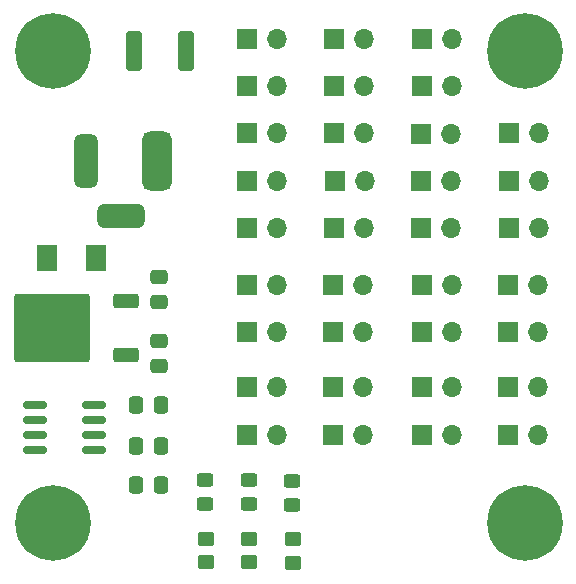
<source format=gts>
%TF.GenerationSoftware,KiCad,Pcbnew,7.0.10-7.0.10~ubuntu22.04.1*%
%TF.CreationDate,2024-01-03T18:05:14-08:00*%
%TF.ProjectId,YamhillPowerDistribution,59616d68-696c-46c5-906f-776572446973,A*%
%TF.SameCoordinates,Original*%
%TF.FileFunction,Soldermask,Top*%
%TF.FilePolarity,Negative*%
%FSLAX46Y46*%
G04 Gerber Fmt 4.6, Leading zero omitted, Abs format (unit mm)*
G04 Created by KiCad (PCBNEW 7.0.10-7.0.10~ubuntu22.04.1) date 2024-01-03 18:05:14*
%MOMM*%
%LPD*%
G01*
G04 APERTURE LIST*
G04 Aperture macros list*
%AMRoundRect*
0 Rectangle with rounded corners*
0 $1 Rounding radius*
0 $2 $3 $4 $5 $6 $7 $8 $9 X,Y pos of 4 corners*
0 Add a 4 corners polygon primitive as box body*
4,1,4,$2,$3,$4,$5,$6,$7,$8,$9,$2,$3,0*
0 Add four circle primitives for the rounded corners*
1,1,$1+$1,$2,$3*
1,1,$1+$1,$4,$5*
1,1,$1+$1,$6,$7*
1,1,$1+$1,$8,$9*
0 Add four rect primitives between the rounded corners*
20,1,$1+$1,$2,$3,$4,$5,0*
20,1,$1+$1,$4,$5,$6,$7,0*
20,1,$1+$1,$6,$7,$8,$9,0*
20,1,$1+$1,$8,$9,$2,$3,0*%
G04 Aperture macros list end*
%ADD10C,0.800000*%
%ADD11C,6.400000*%
%ADD12R,1.700000X1.700000*%
%ADD13O,1.700000X1.700000*%
%ADD14RoundRect,0.250000X0.450000X-0.325000X0.450000X0.325000X-0.450000X0.325000X-0.450000X-0.325000X0*%
%ADD15RoundRect,0.250000X0.475000X-0.337500X0.475000X0.337500X-0.475000X0.337500X-0.475000X-0.337500X0*%
%ADD16RoundRect,0.250000X-0.337500X-0.475000X0.337500X-0.475000X0.337500X0.475000X-0.337500X0.475000X0*%
%ADD17R,1.800000X2.200000*%
%ADD18RoundRect,0.150000X0.825000X0.150000X-0.825000X0.150000X-0.825000X-0.150000X0.825000X-0.150000X0*%
%ADD19RoundRect,0.250000X-0.450000X0.350000X-0.450000X-0.350000X0.450000X-0.350000X0.450000X0.350000X0*%
%ADD20RoundRect,0.250000X0.850000X0.350000X-0.850000X0.350000X-0.850000X-0.350000X0.850000X-0.350000X0*%
%ADD21RoundRect,0.249997X2.950003X2.650003X-2.950003X2.650003X-2.950003X-2.650003X2.950003X-2.650003X0*%
%ADD22RoundRect,0.625000X-0.625000X1.875000X-0.625000X-1.875000X0.625000X-1.875000X0.625000X1.875000X0*%
%ADD23RoundRect,0.500000X-0.500000X1.750000X-0.500000X-1.750000X0.500000X-1.750000X0.500000X1.750000X0*%
%ADD24RoundRect,0.500000X-1.500000X0.500000X-1.500000X-0.500000X1.500000X-0.500000X1.500000X0.500000X0*%
%ADD25RoundRect,0.250000X0.400000X1.450000X-0.400000X1.450000X-0.400000X-1.450000X0.400000X-1.450000X0*%
G04 APERTURE END LIST*
D10*
%TO.C,H3*%
X102600000Y-95000000D03*
X103302944Y-93302944D03*
X103302944Y-96697056D03*
X105000000Y-92600000D03*
D11*
X105000000Y-95000000D03*
D10*
X105000000Y-97400000D03*
X106697056Y-93302944D03*
X106697056Y-96697056D03*
X107400000Y-95000000D03*
%TD*%
D12*
%TO.C,J33*%
X128860000Y-66000000D03*
D13*
X131400000Y-66000000D03*
%TD*%
D14*
%TO.C,D3*%
X121615000Y-93380000D03*
X121615000Y-91330000D03*
%TD*%
D12*
%TO.C,J14*%
X136250000Y-53975000D03*
D13*
X138790000Y-53975000D03*
%TD*%
D12*
%TO.C,J5*%
X143550000Y-74800000D03*
D13*
X146090000Y-74800000D03*
%TD*%
D12*
%TO.C,J9*%
X143550000Y-78775000D03*
D13*
X146090000Y-78775000D03*
%TD*%
D12*
%TO.C,J13*%
X128850000Y-53975000D03*
D13*
X131390000Y-53975000D03*
%TD*%
D12*
%TO.C,J2*%
X121450000Y-74800000D03*
D13*
X123990000Y-74800000D03*
%TD*%
D10*
%TO.C,H2*%
X142600000Y-55000000D03*
X143302944Y-53302944D03*
X143302944Y-56697056D03*
X145000000Y-52600000D03*
D11*
X145000000Y-55000000D03*
D10*
X145000000Y-57400000D03*
X146697056Y-53302944D03*
X146697056Y-56697056D03*
X147400000Y-55000000D03*
%TD*%
D12*
%TO.C,J22*%
X128750000Y-87475000D03*
D13*
X131290000Y-87475000D03*
%TD*%
D12*
%TO.C,J24*%
X143550000Y-83475000D03*
D13*
X146090000Y-83475000D03*
%TD*%
D12*
%TO.C,J3*%
X128750000Y-74800000D03*
D13*
X131290000Y-74800000D03*
%TD*%
D12*
%TO.C,J26*%
X121450000Y-69975000D03*
D13*
X123990000Y-69975000D03*
%TD*%
D12*
%TO.C,J17*%
X136250000Y-57975000D03*
D13*
X138790000Y-57975000D03*
%TD*%
D12*
%TO.C,J4*%
X136250000Y-74800000D03*
D13*
X138790000Y-74800000D03*
%TD*%
D12*
%TO.C,J29*%
X143650000Y-69975000D03*
D13*
X146190000Y-69975000D03*
%TD*%
D12*
%TO.C,J6*%
X121450000Y-78775000D03*
D13*
X123990000Y-78775000D03*
%TD*%
D12*
%TO.C,J16*%
X128850000Y-57975000D03*
D13*
X131390000Y-57975000D03*
%TD*%
D12*
%TO.C,J20*%
X143550000Y-87475000D03*
D13*
X146090000Y-87475000D03*
%TD*%
D14*
%TO.C,D2*%
X117900000Y-93380000D03*
X117900000Y-91330000D03*
%TD*%
D15*
%TO.C,C3*%
X114000000Y-81637500D03*
X114000000Y-79562500D03*
%TD*%
D16*
%TO.C,C4*%
X112062500Y-88400000D03*
X114137500Y-88400000D03*
%TD*%
D12*
%TO.C,J8*%
X136250000Y-78775000D03*
D13*
X138790000Y-78775000D03*
%TD*%
D12*
%TO.C,J10*%
X121450000Y-61975000D03*
D13*
X123990000Y-61975000D03*
%TD*%
D17*
%TO.C,D1*%
X108650000Y-72500000D03*
X104550000Y-72500000D03*
%TD*%
D10*
%TO.C,H4*%
X142600000Y-95000000D03*
X143302944Y-93302944D03*
X143302944Y-96697056D03*
X145000000Y-92600000D03*
D11*
X145000000Y-95000000D03*
D10*
X145000000Y-97400000D03*
X146697056Y-93302944D03*
X146697056Y-96697056D03*
X147400000Y-95000000D03*
%TD*%
D18*
%TO.C,U2*%
X108475000Y-88805000D03*
X108475000Y-87535000D03*
X108475000Y-86265000D03*
X108475000Y-84995000D03*
X103525000Y-84995000D03*
X103525000Y-86265000D03*
X103525000Y-87535000D03*
X103525000Y-88805000D03*
%TD*%
D12*
%TO.C,J11*%
X128850000Y-61975000D03*
D13*
X131390000Y-61975000D03*
%TD*%
D16*
%TO.C,C5*%
X112062500Y-85000000D03*
X114137500Y-85000000D03*
%TD*%
D19*
%TO.C,R2*%
X121600000Y-96300000D03*
X121600000Y-98300000D03*
%TD*%
D12*
%TO.C,J21*%
X136250000Y-87475000D03*
D13*
X138790000Y-87475000D03*
%TD*%
D12*
%TO.C,J28*%
X136150000Y-69975000D03*
D13*
X138690000Y-69975000D03*
%TD*%
D16*
%TO.C,C1*%
X112062500Y-91700000D03*
X114137500Y-91700000D03*
%TD*%
D12*
%TO.C,J7*%
X128750000Y-78775000D03*
D13*
X131290000Y-78775000D03*
%TD*%
D10*
%TO.C,H1*%
X102600000Y-55000000D03*
X103302944Y-53302944D03*
X103302944Y-56697056D03*
X105000000Y-52600000D03*
D11*
X105000000Y-55000000D03*
D10*
X105000000Y-57400000D03*
X106697056Y-53302944D03*
X106697056Y-56697056D03*
X107400000Y-55000000D03*
%TD*%
D12*
%TO.C,J34*%
X136150000Y-66000000D03*
D13*
X138690000Y-66000000D03*
%TD*%
D20*
%TO.C,U1*%
X111200000Y-80760000D03*
D21*
X104900000Y-78480000D03*
D20*
X111200000Y-76200000D03*
%TD*%
D12*
%TO.C,J31*%
X143590000Y-61975000D03*
D13*
X146130000Y-61975000D03*
%TD*%
D22*
%TO.C,J1*%
X113800000Y-64300000D03*
D23*
X107800000Y-64300000D03*
D24*
X110800000Y-69000000D03*
%TD*%
D15*
%TO.C,C2*%
X114000000Y-76237500D03*
X114000000Y-74162500D03*
%TD*%
D19*
%TO.C,R1*%
X117945000Y-96300000D03*
X117945000Y-98300000D03*
%TD*%
D12*
%TO.C,J23*%
X121460000Y-87500000D03*
D13*
X124000000Y-87500000D03*
%TD*%
D12*
%TO.C,J15*%
X121460000Y-58000000D03*
D13*
X124000000Y-58000000D03*
%TD*%
D12*
%TO.C,J12*%
X121460000Y-54000000D03*
D13*
X124000000Y-54000000D03*
%TD*%
D25*
%TO.C,F1*%
X116325000Y-55000000D03*
X111875000Y-55000000D03*
%TD*%
D12*
%TO.C,J18*%
X121450000Y-83475000D03*
D13*
X123990000Y-83475000D03*
%TD*%
D14*
%TO.C,D4*%
X125300000Y-93425000D03*
X125300000Y-91375000D03*
%TD*%
D12*
%TO.C,J35*%
X143600000Y-66000000D03*
D13*
X146140000Y-66000000D03*
%TD*%
D12*
%TO.C,J19*%
X128750000Y-83475000D03*
D13*
X131290000Y-83475000D03*
%TD*%
D19*
%TO.C,R3*%
X125325000Y-96345000D03*
X125325000Y-98345000D03*
%TD*%
D12*
%TO.C,J25*%
X136250000Y-83475000D03*
D13*
X138790000Y-83475000D03*
%TD*%
D12*
%TO.C,J32*%
X121460000Y-66000000D03*
D13*
X124000000Y-66000000D03*
%TD*%
D12*
%TO.C,J30*%
X136200000Y-62000000D03*
D13*
X138740000Y-62000000D03*
%TD*%
D12*
%TO.C,J27*%
X128850000Y-69975000D03*
D13*
X131390000Y-69975000D03*
%TD*%
M02*

</source>
